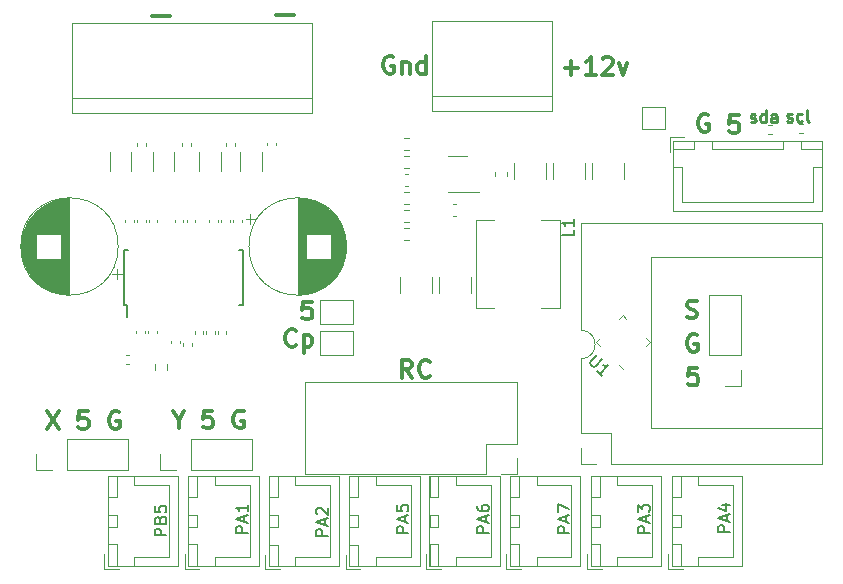
<source format=gbr>
G04 #@! TF.GenerationSoftware,KiCad,Pcbnew,7.0.5*
G04 #@! TF.CreationDate,2024-02-12T19:58:57-06:00*
G04 #@! TF.ProjectId,ATTinyBreakOut_DFRobot_Amp,41545469-6e79-4427-9265-616b4f75745f,rev?*
G04 #@! TF.SameCoordinates,Original*
G04 #@! TF.FileFunction,Legend,Top*
G04 #@! TF.FilePolarity,Positive*
%FSLAX46Y46*%
G04 Gerber Fmt 4.6, Leading zero omitted, Abs format (unit mm)*
G04 Created by KiCad (PCBNEW 7.0.5) date 2024-02-12 19:58:57*
%MOMM*%
%LPD*%
G01*
G04 APERTURE LIST*
%ADD10C,0.250000*%
%ADD11C,0.300000*%
%ADD12C,0.150000*%
%ADD13C,0.120000*%
G04 APERTURE END LIST*
D10*
X176764949Y-77987000D02*
X176860187Y-78034619D01*
X176860187Y-78034619D02*
X177050663Y-78034619D01*
X177050663Y-78034619D02*
X177145901Y-77987000D01*
X177145901Y-77987000D02*
X177193520Y-77891761D01*
X177193520Y-77891761D02*
X177193520Y-77844142D01*
X177193520Y-77844142D02*
X177145901Y-77748904D01*
X177145901Y-77748904D02*
X177050663Y-77701285D01*
X177050663Y-77701285D02*
X176907806Y-77701285D01*
X176907806Y-77701285D02*
X176812568Y-77653666D01*
X176812568Y-77653666D02*
X176764949Y-77558428D01*
X176764949Y-77558428D02*
X176764949Y-77510809D01*
X176764949Y-77510809D02*
X176812568Y-77415571D01*
X176812568Y-77415571D02*
X176907806Y-77367952D01*
X176907806Y-77367952D02*
X177050663Y-77367952D01*
X177050663Y-77367952D02*
X177145901Y-77415571D01*
X178050663Y-77987000D02*
X177955425Y-78034619D01*
X177955425Y-78034619D02*
X177764949Y-78034619D01*
X177764949Y-78034619D02*
X177669711Y-77987000D01*
X177669711Y-77987000D02*
X177622092Y-77939380D01*
X177622092Y-77939380D02*
X177574473Y-77844142D01*
X177574473Y-77844142D02*
X177574473Y-77558428D01*
X177574473Y-77558428D02*
X177622092Y-77463190D01*
X177622092Y-77463190D02*
X177669711Y-77415571D01*
X177669711Y-77415571D02*
X177764949Y-77367952D01*
X177764949Y-77367952D02*
X177955425Y-77367952D01*
X177955425Y-77367952D02*
X178050663Y-77415571D01*
X178622092Y-78034619D02*
X178526854Y-77987000D01*
X178526854Y-77987000D02*
X178479235Y-77891761D01*
X178479235Y-77891761D02*
X178479235Y-77034619D01*
X173674949Y-78037000D02*
X173770187Y-78084619D01*
X173770187Y-78084619D02*
X173960663Y-78084619D01*
X173960663Y-78084619D02*
X174055901Y-78037000D01*
X174055901Y-78037000D02*
X174103520Y-77941761D01*
X174103520Y-77941761D02*
X174103520Y-77894142D01*
X174103520Y-77894142D02*
X174055901Y-77798904D01*
X174055901Y-77798904D02*
X173960663Y-77751285D01*
X173960663Y-77751285D02*
X173817806Y-77751285D01*
X173817806Y-77751285D02*
X173722568Y-77703666D01*
X173722568Y-77703666D02*
X173674949Y-77608428D01*
X173674949Y-77608428D02*
X173674949Y-77560809D01*
X173674949Y-77560809D02*
X173722568Y-77465571D01*
X173722568Y-77465571D02*
X173817806Y-77417952D01*
X173817806Y-77417952D02*
X173960663Y-77417952D01*
X173960663Y-77417952D02*
X174055901Y-77465571D01*
X174960663Y-78084619D02*
X174960663Y-77084619D01*
X174960663Y-78037000D02*
X174865425Y-78084619D01*
X174865425Y-78084619D02*
X174674949Y-78084619D01*
X174674949Y-78084619D02*
X174579711Y-78037000D01*
X174579711Y-78037000D02*
X174532092Y-77989380D01*
X174532092Y-77989380D02*
X174484473Y-77894142D01*
X174484473Y-77894142D02*
X174484473Y-77608428D01*
X174484473Y-77608428D02*
X174532092Y-77513190D01*
X174532092Y-77513190D02*
X174579711Y-77465571D01*
X174579711Y-77465571D02*
X174674949Y-77417952D01*
X174674949Y-77417952D02*
X174865425Y-77417952D01*
X174865425Y-77417952D02*
X174960663Y-77465571D01*
X175865425Y-78084619D02*
X175865425Y-77560809D01*
X175865425Y-77560809D02*
X175817806Y-77465571D01*
X175817806Y-77465571D02*
X175722568Y-77417952D01*
X175722568Y-77417952D02*
X175532092Y-77417952D01*
X175532092Y-77417952D02*
X175436854Y-77465571D01*
X175865425Y-78037000D02*
X175770187Y-78084619D01*
X175770187Y-78084619D02*
X175532092Y-78084619D01*
X175532092Y-78084619D02*
X175436854Y-78037000D01*
X175436854Y-78037000D02*
X175389235Y-77941761D01*
X175389235Y-77941761D02*
X175389235Y-77846523D01*
X175389235Y-77846523D02*
X175436854Y-77751285D01*
X175436854Y-77751285D02*
X175532092Y-77703666D01*
X175532092Y-77703666D02*
X175770187Y-77703666D01*
X175770187Y-77703666D02*
X175865425Y-77656047D01*
D11*
X172658796Y-77510828D02*
X171944510Y-77510828D01*
X171944510Y-77510828D02*
X171873082Y-78225114D01*
X171873082Y-78225114D02*
X171944510Y-78153685D01*
X171944510Y-78153685D02*
X172087368Y-78082257D01*
X172087368Y-78082257D02*
X172444510Y-78082257D01*
X172444510Y-78082257D02*
X172587368Y-78153685D01*
X172587368Y-78153685D02*
X172658796Y-78225114D01*
X172658796Y-78225114D02*
X172730225Y-78367971D01*
X172730225Y-78367971D02*
X172730225Y-78725114D01*
X172730225Y-78725114D02*
X172658796Y-78867971D01*
X172658796Y-78867971D02*
X172587368Y-78939400D01*
X172587368Y-78939400D02*
X172444510Y-79010828D01*
X172444510Y-79010828D02*
X172087368Y-79010828D01*
X172087368Y-79010828D02*
X171944510Y-78939400D01*
X171944510Y-78939400D02*
X171873082Y-78867971D01*
X170070225Y-77472257D02*
X169927368Y-77400828D01*
X169927368Y-77400828D02*
X169713082Y-77400828D01*
X169713082Y-77400828D02*
X169498796Y-77472257D01*
X169498796Y-77472257D02*
X169355939Y-77615114D01*
X169355939Y-77615114D02*
X169284510Y-77757971D01*
X169284510Y-77757971D02*
X169213082Y-78043685D01*
X169213082Y-78043685D02*
X169213082Y-78257971D01*
X169213082Y-78257971D02*
X169284510Y-78543685D01*
X169284510Y-78543685D02*
X169355939Y-78686542D01*
X169355939Y-78686542D02*
X169498796Y-78829400D01*
X169498796Y-78829400D02*
X169713082Y-78900828D01*
X169713082Y-78900828D02*
X169855939Y-78900828D01*
X169855939Y-78900828D02*
X170070225Y-78829400D01*
X170070225Y-78829400D02*
X170141653Y-78757971D01*
X170141653Y-78757971D02*
X170141653Y-78257971D01*
X170141653Y-78257971D02*
X169855939Y-78257971D01*
X143435714Y-72549757D02*
X143292857Y-72478328D01*
X143292857Y-72478328D02*
X143078571Y-72478328D01*
X143078571Y-72478328D02*
X142864285Y-72549757D01*
X142864285Y-72549757D02*
X142721428Y-72692614D01*
X142721428Y-72692614D02*
X142649999Y-72835471D01*
X142649999Y-72835471D02*
X142578571Y-73121185D01*
X142578571Y-73121185D02*
X142578571Y-73335471D01*
X142578571Y-73335471D02*
X142649999Y-73621185D01*
X142649999Y-73621185D02*
X142721428Y-73764042D01*
X142721428Y-73764042D02*
X142864285Y-73906900D01*
X142864285Y-73906900D02*
X143078571Y-73978328D01*
X143078571Y-73978328D02*
X143221428Y-73978328D01*
X143221428Y-73978328D02*
X143435714Y-73906900D01*
X143435714Y-73906900D02*
X143507142Y-73835471D01*
X143507142Y-73835471D02*
X143507142Y-73335471D01*
X143507142Y-73335471D02*
X143221428Y-73335471D01*
X144149999Y-72978328D02*
X144149999Y-73978328D01*
X144149999Y-73121185D02*
X144221428Y-73049757D01*
X144221428Y-73049757D02*
X144364285Y-72978328D01*
X144364285Y-72978328D02*
X144578571Y-72978328D01*
X144578571Y-72978328D02*
X144721428Y-73049757D01*
X144721428Y-73049757D02*
X144792857Y-73192614D01*
X144792857Y-73192614D02*
X144792857Y-73978328D01*
X146150000Y-73978328D02*
X146150000Y-72478328D01*
X146150000Y-73906900D02*
X146007142Y-73978328D01*
X146007142Y-73978328D02*
X145721428Y-73978328D01*
X145721428Y-73978328D02*
X145578571Y-73906900D01*
X145578571Y-73906900D02*
X145507142Y-73835471D01*
X145507142Y-73835471D02*
X145435714Y-73692614D01*
X145435714Y-73692614D02*
X145435714Y-73264042D01*
X145435714Y-73264042D02*
X145507142Y-73121185D01*
X145507142Y-73121185D02*
X145578571Y-73049757D01*
X145578571Y-73049757D02*
X145721428Y-72978328D01*
X145721428Y-72978328D02*
X146007142Y-72978328D01*
X146007142Y-72978328D02*
X146150000Y-73049757D01*
X157928571Y-73506900D02*
X159071429Y-73506900D01*
X158500000Y-74078328D02*
X158500000Y-72935471D01*
X160571429Y-74078328D02*
X159714286Y-74078328D01*
X160142857Y-74078328D02*
X160142857Y-72578328D01*
X160142857Y-72578328D02*
X160000000Y-72792614D01*
X160000000Y-72792614D02*
X159857143Y-72935471D01*
X159857143Y-72935471D02*
X159714286Y-73006900D01*
X161142857Y-72721185D02*
X161214285Y-72649757D01*
X161214285Y-72649757D02*
X161357143Y-72578328D01*
X161357143Y-72578328D02*
X161714285Y-72578328D01*
X161714285Y-72578328D02*
X161857143Y-72649757D01*
X161857143Y-72649757D02*
X161928571Y-72721185D01*
X161928571Y-72721185D02*
X162000000Y-72864042D01*
X162000000Y-72864042D02*
X162000000Y-73006900D01*
X162000000Y-73006900D02*
X161928571Y-73221185D01*
X161928571Y-73221185D02*
X161071428Y-74078328D01*
X161071428Y-74078328D02*
X162000000Y-74078328D01*
X162499999Y-73078328D02*
X162857142Y-74078328D01*
X162857142Y-74078328D02*
X163214285Y-73078328D01*
X122963558Y-69087733D02*
X124487368Y-69087733D01*
X133503558Y-69047733D02*
X135027368Y-69047733D01*
X114121653Y-102570828D02*
X115121653Y-104070828D01*
X115121653Y-102570828D02*
X114121653Y-104070828D01*
X117550224Y-102570828D02*
X116835938Y-102570828D01*
X116835938Y-102570828D02*
X116764510Y-103285114D01*
X116764510Y-103285114D02*
X116835938Y-103213685D01*
X116835938Y-103213685D02*
X116978796Y-103142257D01*
X116978796Y-103142257D02*
X117335938Y-103142257D01*
X117335938Y-103142257D02*
X117478796Y-103213685D01*
X117478796Y-103213685D02*
X117550224Y-103285114D01*
X117550224Y-103285114D02*
X117621653Y-103427971D01*
X117621653Y-103427971D02*
X117621653Y-103785114D01*
X117621653Y-103785114D02*
X117550224Y-103927971D01*
X117550224Y-103927971D02*
X117478796Y-103999400D01*
X117478796Y-103999400D02*
X117335938Y-104070828D01*
X117335938Y-104070828D02*
X116978796Y-104070828D01*
X116978796Y-104070828D02*
X116835938Y-103999400D01*
X116835938Y-103999400D02*
X116764510Y-103927971D01*
X120193081Y-102642257D02*
X120050224Y-102570828D01*
X120050224Y-102570828D02*
X119835938Y-102570828D01*
X119835938Y-102570828D02*
X119621652Y-102642257D01*
X119621652Y-102642257D02*
X119478795Y-102785114D01*
X119478795Y-102785114D02*
X119407366Y-102927971D01*
X119407366Y-102927971D02*
X119335938Y-103213685D01*
X119335938Y-103213685D02*
X119335938Y-103427971D01*
X119335938Y-103427971D02*
X119407366Y-103713685D01*
X119407366Y-103713685D02*
X119478795Y-103856542D01*
X119478795Y-103856542D02*
X119621652Y-103999400D01*
X119621652Y-103999400D02*
X119835938Y-104070828D01*
X119835938Y-104070828D02*
X119978795Y-104070828D01*
X119978795Y-104070828D02*
X120193081Y-103999400D01*
X120193081Y-103999400D02*
X120264509Y-103927971D01*
X120264509Y-103927971D02*
X120264509Y-103427971D01*
X120264509Y-103427971D02*
X119978795Y-103427971D01*
X135191653Y-96967971D02*
X135120225Y-97039400D01*
X135120225Y-97039400D02*
X134905939Y-97110828D01*
X134905939Y-97110828D02*
X134763082Y-97110828D01*
X134763082Y-97110828D02*
X134548796Y-97039400D01*
X134548796Y-97039400D02*
X134405939Y-96896542D01*
X134405939Y-96896542D02*
X134334510Y-96753685D01*
X134334510Y-96753685D02*
X134263082Y-96467971D01*
X134263082Y-96467971D02*
X134263082Y-96253685D01*
X134263082Y-96253685D02*
X134334510Y-95967971D01*
X134334510Y-95967971D02*
X134405939Y-95825114D01*
X134405939Y-95825114D02*
X134548796Y-95682257D01*
X134548796Y-95682257D02*
X134763082Y-95610828D01*
X134763082Y-95610828D02*
X134905939Y-95610828D01*
X134905939Y-95610828D02*
X135120225Y-95682257D01*
X135120225Y-95682257D02*
X135191653Y-95753685D01*
X135834510Y-96110828D02*
X135834510Y-97610828D01*
X135834510Y-96182257D02*
X135977368Y-96110828D01*
X135977368Y-96110828D02*
X136263082Y-96110828D01*
X136263082Y-96110828D02*
X136405939Y-96182257D01*
X136405939Y-96182257D02*
X136477368Y-96253685D01*
X136477368Y-96253685D02*
X136548796Y-96396542D01*
X136548796Y-96396542D02*
X136548796Y-96825114D01*
X136548796Y-96825114D02*
X136477368Y-96967971D01*
X136477368Y-96967971D02*
X136405939Y-97039400D01*
X136405939Y-97039400D02*
X136263082Y-97110828D01*
X136263082Y-97110828D02*
X135977368Y-97110828D01*
X135977368Y-97110828D02*
X135834510Y-97039400D01*
X125240225Y-103286542D02*
X125240225Y-104000828D01*
X124740225Y-102500828D02*
X125240225Y-103286542D01*
X125240225Y-103286542D02*
X125740225Y-102500828D01*
X128097367Y-102500828D02*
X127383081Y-102500828D01*
X127383081Y-102500828D02*
X127311653Y-103215114D01*
X127311653Y-103215114D02*
X127383081Y-103143685D01*
X127383081Y-103143685D02*
X127525939Y-103072257D01*
X127525939Y-103072257D02*
X127883081Y-103072257D01*
X127883081Y-103072257D02*
X128025939Y-103143685D01*
X128025939Y-103143685D02*
X128097367Y-103215114D01*
X128097367Y-103215114D02*
X128168796Y-103357971D01*
X128168796Y-103357971D02*
X128168796Y-103715114D01*
X128168796Y-103715114D02*
X128097367Y-103857971D01*
X128097367Y-103857971D02*
X128025939Y-103929400D01*
X128025939Y-103929400D02*
X127883081Y-104000828D01*
X127883081Y-104000828D02*
X127525939Y-104000828D01*
X127525939Y-104000828D02*
X127383081Y-103929400D01*
X127383081Y-103929400D02*
X127311653Y-103857971D01*
X130740224Y-102572257D02*
X130597367Y-102500828D01*
X130597367Y-102500828D02*
X130383081Y-102500828D01*
X130383081Y-102500828D02*
X130168795Y-102572257D01*
X130168795Y-102572257D02*
X130025938Y-102715114D01*
X130025938Y-102715114D02*
X129954509Y-102857971D01*
X129954509Y-102857971D02*
X129883081Y-103143685D01*
X129883081Y-103143685D02*
X129883081Y-103357971D01*
X129883081Y-103357971D02*
X129954509Y-103643685D01*
X129954509Y-103643685D02*
X130025938Y-103786542D01*
X130025938Y-103786542D02*
X130168795Y-103929400D01*
X130168795Y-103929400D02*
X130383081Y-104000828D01*
X130383081Y-104000828D02*
X130525938Y-104000828D01*
X130525938Y-104000828D02*
X130740224Y-103929400D01*
X130740224Y-103929400D02*
X130811652Y-103857971D01*
X130811652Y-103857971D02*
X130811652Y-103357971D01*
X130811652Y-103357971D02*
X130525938Y-103357971D01*
X169130225Y-96112257D02*
X168987368Y-96040828D01*
X168987368Y-96040828D02*
X168773082Y-96040828D01*
X168773082Y-96040828D02*
X168558796Y-96112257D01*
X168558796Y-96112257D02*
X168415939Y-96255114D01*
X168415939Y-96255114D02*
X168344510Y-96397971D01*
X168344510Y-96397971D02*
X168273082Y-96683685D01*
X168273082Y-96683685D02*
X168273082Y-96897971D01*
X168273082Y-96897971D02*
X168344510Y-97183685D01*
X168344510Y-97183685D02*
X168415939Y-97326542D01*
X168415939Y-97326542D02*
X168558796Y-97469400D01*
X168558796Y-97469400D02*
X168773082Y-97540828D01*
X168773082Y-97540828D02*
X168915939Y-97540828D01*
X168915939Y-97540828D02*
X169130225Y-97469400D01*
X169130225Y-97469400D02*
X169201653Y-97397971D01*
X169201653Y-97397971D02*
X169201653Y-96897971D01*
X169201653Y-96897971D02*
X168915939Y-96897971D01*
X145011653Y-99710828D02*
X144511653Y-98996542D01*
X144154510Y-99710828D02*
X144154510Y-98210828D01*
X144154510Y-98210828D02*
X144725939Y-98210828D01*
X144725939Y-98210828D02*
X144868796Y-98282257D01*
X144868796Y-98282257D02*
X144940225Y-98353685D01*
X144940225Y-98353685D02*
X145011653Y-98496542D01*
X145011653Y-98496542D02*
X145011653Y-98710828D01*
X145011653Y-98710828D02*
X144940225Y-98853685D01*
X144940225Y-98853685D02*
X144868796Y-98925114D01*
X144868796Y-98925114D02*
X144725939Y-98996542D01*
X144725939Y-98996542D02*
X144154510Y-98996542D01*
X146511653Y-99567971D02*
X146440225Y-99639400D01*
X146440225Y-99639400D02*
X146225939Y-99710828D01*
X146225939Y-99710828D02*
X146083082Y-99710828D01*
X146083082Y-99710828D02*
X145868796Y-99639400D01*
X145868796Y-99639400D02*
X145725939Y-99496542D01*
X145725939Y-99496542D02*
X145654510Y-99353685D01*
X145654510Y-99353685D02*
X145583082Y-99067971D01*
X145583082Y-99067971D02*
X145583082Y-98853685D01*
X145583082Y-98853685D02*
X145654510Y-98567971D01*
X145654510Y-98567971D02*
X145725939Y-98425114D01*
X145725939Y-98425114D02*
X145868796Y-98282257D01*
X145868796Y-98282257D02*
X146083082Y-98210828D01*
X146083082Y-98210828D02*
X146225939Y-98210828D01*
X146225939Y-98210828D02*
X146440225Y-98282257D01*
X146440225Y-98282257D02*
X146511653Y-98353685D01*
X136498796Y-93270828D02*
X135784510Y-93270828D01*
X135784510Y-93270828D02*
X135713082Y-93985114D01*
X135713082Y-93985114D02*
X135784510Y-93913685D01*
X135784510Y-93913685D02*
X135927368Y-93842257D01*
X135927368Y-93842257D02*
X136284510Y-93842257D01*
X136284510Y-93842257D02*
X136427368Y-93913685D01*
X136427368Y-93913685D02*
X136498796Y-93985114D01*
X136498796Y-93985114D02*
X136570225Y-94127971D01*
X136570225Y-94127971D02*
X136570225Y-94485114D01*
X136570225Y-94485114D02*
X136498796Y-94627971D01*
X136498796Y-94627971D02*
X136427368Y-94699400D01*
X136427368Y-94699400D02*
X136284510Y-94770828D01*
X136284510Y-94770828D02*
X135927368Y-94770828D01*
X135927368Y-94770828D02*
X135784510Y-94699400D01*
X135784510Y-94699400D02*
X135713082Y-94627971D01*
X168283082Y-94619400D02*
X168497368Y-94690828D01*
X168497368Y-94690828D02*
X168854510Y-94690828D01*
X168854510Y-94690828D02*
X168997368Y-94619400D01*
X168997368Y-94619400D02*
X169068796Y-94547971D01*
X169068796Y-94547971D02*
X169140225Y-94405114D01*
X169140225Y-94405114D02*
X169140225Y-94262257D01*
X169140225Y-94262257D02*
X169068796Y-94119400D01*
X169068796Y-94119400D02*
X168997368Y-94047971D01*
X168997368Y-94047971D02*
X168854510Y-93976542D01*
X168854510Y-93976542D02*
X168568796Y-93905114D01*
X168568796Y-93905114D02*
X168425939Y-93833685D01*
X168425939Y-93833685D02*
X168354510Y-93762257D01*
X168354510Y-93762257D02*
X168283082Y-93619400D01*
X168283082Y-93619400D02*
X168283082Y-93476542D01*
X168283082Y-93476542D02*
X168354510Y-93333685D01*
X168354510Y-93333685D02*
X168425939Y-93262257D01*
X168425939Y-93262257D02*
X168568796Y-93190828D01*
X168568796Y-93190828D02*
X168925939Y-93190828D01*
X168925939Y-93190828D02*
X169140225Y-93262257D01*
X169168796Y-98870828D02*
X168454510Y-98870828D01*
X168454510Y-98870828D02*
X168383082Y-99585114D01*
X168383082Y-99585114D02*
X168454510Y-99513685D01*
X168454510Y-99513685D02*
X168597368Y-99442257D01*
X168597368Y-99442257D02*
X168954510Y-99442257D01*
X168954510Y-99442257D02*
X169097368Y-99513685D01*
X169097368Y-99513685D02*
X169168796Y-99585114D01*
X169168796Y-99585114D02*
X169240225Y-99727971D01*
X169240225Y-99727971D02*
X169240225Y-100085114D01*
X169240225Y-100085114D02*
X169168796Y-100227971D01*
X169168796Y-100227971D02*
X169097368Y-100299400D01*
X169097368Y-100299400D02*
X168954510Y-100370828D01*
X168954510Y-100370828D02*
X168597368Y-100370828D01*
X168597368Y-100370828D02*
X168454510Y-100299400D01*
X168454510Y-100299400D02*
X168383082Y-100227971D01*
D12*
X171934819Y-112776666D02*
X170934819Y-112776666D01*
X170934819Y-112776666D02*
X170934819Y-112395714D01*
X170934819Y-112395714D02*
X170982438Y-112300476D01*
X170982438Y-112300476D02*
X171030057Y-112252857D01*
X171030057Y-112252857D02*
X171125295Y-112205238D01*
X171125295Y-112205238D02*
X171268152Y-112205238D01*
X171268152Y-112205238D02*
X171363390Y-112252857D01*
X171363390Y-112252857D02*
X171411009Y-112300476D01*
X171411009Y-112300476D02*
X171458628Y-112395714D01*
X171458628Y-112395714D02*
X171458628Y-112776666D01*
X171649104Y-111824285D02*
X171649104Y-111348095D01*
X171934819Y-111919523D02*
X170934819Y-111586190D01*
X170934819Y-111586190D02*
X171934819Y-111252857D01*
X171268152Y-110490952D02*
X171934819Y-110490952D01*
X170887200Y-110729047D02*
X171601485Y-110967142D01*
X171601485Y-110967142D02*
X171601485Y-110348095D01*
X124214819Y-113068094D02*
X123214819Y-113068094D01*
X123214819Y-113068094D02*
X123214819Y-112687142D01*
X123214819Y-112687142D02*
X123262438Y-112591904D01*
X123262438Y-112591904D02*
X123310057Y-112544285D01*
X123310057Y-112544285D02*
X123405295Y-112496666D01*
X123405295Y-112496666D02*
X123548152Y-112496666D01*
X123548152Y-112496666D02*
X123643390Y-112544285D01*
X123643390Y-112544285D02*
X123691009Y-112591904D01*
X123691009Y-112591904D02*
X123738628Y-112687142D01*
X123738628Y-112687142D02*
X123738628Y-113068094D01*
X123691009Y-111734761D02*
X123738628Y-111591904D01*
X123738628Y-111591904D02*
X123786247Y-111544285D01*
X123786247Y-111544285D02*
X123881485Y-111496666D01*
X123881485Y-111496666D02*
X124024342Y-111496666D01*
X124024342Y-111496666D02*
X124119580Y-111544285D01*
X124119580Y-111544285D02*
X124167200Y-111591904D01*
X124167200Y-111591904D02*
X124214819Y-111687142D01*
X124214819Y-111687142D02*
X124214819Y-112068094D01*
X124214819Y-112068094D02*
X123214819Y-112068094D01*
X123214819Y-112068094D02*
X123214819Y-111734761D01*
X123214819Y-111734761D02*
X123262438Y-111639523D01*
X123262438Y-111639523D02*
X123310057Y-111591904D01*
X123310057Y-111591904D02*
X123405295Y-111544285D01*
X123405295Y-111544285D02*
X123500533Y-111544285D01*
X123500533Y-111544285D02*
X123595771Y-111591904D01*
X123595771Y-111591904D02*
X123643390Y-111639523D01*
X123643390Y-111639523D02*
X123691009Y-111734761D01*
X123691009Y-111734761D02*
X123691009Y-112068094D01*
X123214819Y-110591904D02*
X123214819Y-111068094D01*
X123214819Y-111068094D02*
X123691009Y-111115713D01*
X123691009Y-111115713D02*
X123643390Y-111068094D01*
X123643390Y-111068094D02*
X123595771Y-110972856D01*
X123595771Y-110972856D02*
X123595771Y-110734761D01*
X123595771Y-110734761D02*
X123643390Y-110639523D01*
X123643390Y-110639523D02*
X123691009Y-110591904D01*
X123691009Y-110591904D02*
X123786247Y-110544285D01*
X123786247Y-110544285D02*
X124024342Y-110544285D01*
X124024342Y-110544285D02*
X124119580Y-110591904D01*
X124119580Y-110591904D02*
X124167200Y-110639523D01*
X124167200Y-110639523D02*
X124214819Y-110734761D01*
X124214819Y-110734761D02*
X124214819Y-110972856D01*
X124214819Y-110972856D02*
X124167200Y-111068094D01*
X124167200Y-111068094D02*
X124119580Y-111115713D01*
X165124819Y-112846666D02*
X164124819Y-112846666D01*
X164124819Y-112846666D02*
X164124819Y-112465714D01*
X164124819Y-112465714D02*
X164172438Y-112370476D01*
X164172438Y-112370476D02*
X164220057Y-112322857D01*
X164220057Y-112322857D02*
X164315295Y-112275238D01*
X164315295Y-112275238D02*
X164458152Y-112275238D01*
X164458152Y-112275238D02*
X164553390Y-112322857D01*
X164553390Y-112322857D02*
X164601009Y-112370476D01*
X164601009Y-112370476D02*
X164648628Y-112465714D01*
X164648628Y-112465714D02*
X164648628Y-112846666D01*
X164839104Y-111894285D02*
X164839104Y-111418095D01*
X165124819Y-111989523D02*
X164124819Y-111656190D01*
X164124819Y-111656190D02*
X165124819Y-111322857D01*
X164124819Y-111084761D02*
X164124819Y-110465714D01*
X164124819Y-110465714D02*
X164505771Y-110799047D01*
X164505771Y-110799047D02*
X164505771Y-110656190D01*
X164505771Y-110656190D02*
X164553390Y-110560952D01*
X164553390Y-110560952D02*
X164601009Y-110513333D01*
X164601009Y-110513333D02*
X164696247Y-110465714D01*
X164696247Y-110465714D02*
X164934342Y-110465714D01*
X164934342Y-110465714D02*
X165029580Y-110513333D01*
X165029580Y-110513333D02*
X165077200Y-110560952D01*
X165077200Y-110560952D02*
X165124819Y-110656190D01*
X165124819Y-110656190D02*
X165124819Y-110941904D01*
X165124819Y-110941904D02*
X165077200Y-111037142D01*
X165077200Y-111037142D02*
X165029580Y-111084761D01*
X144694819Y-112846666D02*
X143694819Y-112846666D01*
X143694819Y-112846666D02*
X143694819Y-112465714D01*
X143694819Y-112465714D02*
X143742438Y-112370476D01*
X143742438Y-112370476D02*
X143790057Y-112322857D01*
X143790057Y-112322857D02*
X143885295Y-112275238D01*
X143885295Y-112275238D02*
X144028152Y-112275238D01*
X144028152Y-112275238D02*
X144123390Y-112322857D01*
X144123390Y-112322857D02*
X144171009Y-112370476D01*
X144171009Y-112370476D02*
X144218628Y-112465714D01*
X144218628Y-112465714D02*
X144218628Y-112846666D01*
X144409104Y-111894285D02*
X144409104Y-111418095D01*
X144694819Y-111989523D02*
X143694819Y-111656190D01*
X143694819Y-111656190D02*
X144694819Y-111322857D01*
X143694819Y-110513333D02*
X143694819Y-110989523D01*
X143694819Y-110989523D02*
X144171009Y-111037142D01*
X144171009Y-111037142D02*
X144123390Y-110989523D01*
X144123390Y-110989523D02*
X144075771Y-110894285D01*
X144075771Y-110894285D02*
X144075771Y-110656190D01*
X144075771Y-110656190D02*
X144123390Y-110560952D01*
X144123390Y-110560952D02*
X144171009Y-110513333D01*
X144171009Y-110513333D02*
X144266247Y-110465714D01*
X144266247Y-110465714D02*
X144504342Y-110465714D01*
X144504342Y-110465714D02*
X144599580Y-110513333D01*
X144599580Y-110513333D02*
X144647200Y-110560952D01*
X144647200Y-110560952D02*
X144694819Y-110656190D01*
X144694819Y-110656190D02*
X144694819Y-110894285D01*
X144694819Y-110894285D02*
X144647200Y-110989523D01*
X144647200Y-110989523D02*
X144599580Y-111037142D01*
X151514819Y-112856666D02*
X150514819Y-112856666D01*
X150514819Y-112856666D02*
X150514819Y-112475714D01*
X150514819Y-112475714D02*
X150562438Y-112380476D01*
X150562438Y-112380476D02*
X150610057Y-112332857D01*
X150610057Y-112332857D02*
X150705295Y-112285238D01*
X150705295Y-112285238D02*
X150848152Y-112285238D01*
X150848152Y-112285238D02*
X150943390Y-112332857D01*
X150943390Y-112332857D02*
X150991009Y-112380476D01*
X150991009Y-112380476D02*
X151038628Y-112475714D01*
X151038628Y-112475714D02*
X151038628Y-112856666D01*
X151229104Y-111904285D02*
X151229104Y-111428095D01*
X151514819Y-111999523D02*
X150514819Y-111666190D01*
X150514819Y-111666190D02*
X151514819Y-111332857D01*
X150514819Y-110570952D02*
X150514819Y-110761428D01*
X150514819Y-110761428D02*
X150562438Y-110856666D01*
X150562438Y-110856666D02*
X150610057Y-110904285D01*
X150610057Y-110904285D02*
X150752914Y-110999523D01*
X150752914Y-110999523D02*
X150943390Y-111047142D01*
X150943390Y-111047142D02*
X151324342Y-111047142D01*
X151324342Y-111047142D02*
X151419580Y-110999523D01*
X151419580Y-110999523D02*
X151467200Y-110951904D01*
X151467200Y-110951904D02*
X151514819Y-110856666D01*
X151514819Y-110856666D02*
X151514819Y-110666190D01*
X151514819Y-110666190D02*
X151467200Y-110570952D01*
X151467200Y-110570952D02*
X151419580Y-110523333D01*
X151419580Y-110523333D02*
X151324342Y-110475714D01*
X151324342Y-110475714D02*
X151086247Y-110475714D01*
X151086247Y-110475714D02*
X150991009Y-110523333D01*
X150991009Y-110523333D02*
X150943390Y-110570952D01*
X150943390Y-110570952D02*
X150895771Y-110666190D01*
X150895771Y-110666190D02*
X150895771Y-110856666D01*
X150895771Y-110856666D02*
X150943390Y-110951904D01*
X150943390Y-110951904D02*
X150991009Y-110999523D01*
X150991009Y-110999523D02*
X151086247Y-111047142D01*
X137894819Y-113106666D02*
X136894819Y-113106666D01*
X136894819Y-113106666D02*
X136894819Y-112725714D01*
X136894819Y-112725714D02*
X136942438Y-112630476D01*
X136942438Y-112630476D02*
X136990057Y-112582857D01*
X136990057Y-112582857D02*
X137085295Y-112535238D01*
X137085295Y-112535238D02*
X137228152Y-112535238D01*
X137228152Y-112535238D02*
X137323390Y-112582857D01*
X137323390Y-112582857D02*
X137371009Y-112630476D01*
X137371009Y-112630476D02*
X137418628Y-112725714D01*
X137418628Y-112725714D02*
X137418628Y-113106666D01*
X137609104Y-112154285D02*
X137609104Y-111678095D01*
X137894819Y-112249523D02*
X136894819Y-111916190D01*
X136894819Y-111916190D02*
X137894819Y-111582857D01*
X136990057Y-111297142D02*
X136942438Y-111249523D01*
X136942438Y-111249523D02*
X136894819Y-111154285D01*
X136894819Y-111154285D02*
X136894819Y-110916190D01*
X136894819Y-110916190D02*
X136942438Y-110820952D01*
X136942438Y-110820952D02*
X136990057Y-110773333D01*
X136990057Y-110773333D02*
X137085295Y-110725714D01*
X137085295Y-110725714D02*
X137180533Y-110725714D01*
X137180533Y-110725714D02*
X137323390Y-110773333D01*
X137323390Y-110773333D02*
X137894819Y-111344761D01*
X137894819Y-111344761D02*
X137894819Y-110725714D01*
X158324819Y-112866666D02*
X157324819Y-112866666D01*
X157324819Y-112866666D02*
X157324819Y-112485714D01*
X157324819Y-112485714D02*
X157372438Y-112390476D01*
X157372438Y-112390476D02*
X157420057Y-112342857D01*
X157420057Y-112342857D02*
X157515295Y-112295238D01*
X157515295Y-112295238D02*
X157658152Y-112295238D01*
X157658152Y-112295238D02*
X157753390Y-112342857D01*
X157753390Y-112342857D02*
X157801009Y-112390476D01*
X157801009Y-112390476D02*
X157848628Y-112485714D01*
X157848628Y-112485714D02*
X157848628Y-112866666D01*
X158039104Y-111914285D02*
X158039104Y-111438095D01*
X158324819Y-112009523D02*
X157324819Y-111676190D01*
X157324819Y-111676190D02*
X158324819Y-111342857D01*
X157324819Y-111104761D02*
X157324819Y-110438095D01*
X157324819Y-110438095D02*
X158324819Y-110866666D01*
X158698819Y-87182666D02*
X158698819Y-87658856D01*
X158698819Y-87658856D02*
X157698819Y-87658856D01*
X158698819Y-86325523D02*
X158698819Y-86896951D01*
X158698819Y-86611237D02*
X157698819Y-86611237D01*
X157698819Y-86611237D02*
X157841676Y-86706475D01*
X157841676Y-86706475D02*
X157936914Y-86801713D01*
X157936914Y-86801713D02*
X157984533Y-86896951D01*
X160707235Y-97764659D02*
X160134815Y-98337079D01*
X160134815Y-98337079D02*
X160101143Y-98438094D01*
X160101143Y-98438094D02*
X160101143Y-98505438D01*
X160101143Y-98505438D02*
X160134815Y-98606453D01*
X160134815Y-98606453D02*
X160269502Y-98741140D01*
X160269502Y-98741140D02*
X160370517Y-98774812D01*
X160370517Y-98774812D02*
X160437861Y-98774812D01*
X160437861Y-98774812D02*
X160538876Y-98741140D01*
X160538876Y-98741140D02*
X161111296Y-98168720D01*
X161111296Y-99582934D02*
X160707235Y-99178873D01*
X160909265Y-99380903D02*
X161616372Y-98673797D01*
X161616372Y-98673797D02*
X161448013Y-98707468D01*
X161448013Y-98707468D02*
X161313326Y-98707468D01*
X161313326Y-98707468D02*
X161212311Y-98673797D01*
X131104819Y-112856666D02*
X130104819Y-112856666D01*
X130104819Y-112856666D02*
X130104819Y-112475714D01*
X130104819Y-112475714D02*
X130152438Y-112380476D01*
X130152438Y-112380476D02*
X130200057Y-112332857D01*
X130200057Y-112332857D02*
X130295295Y-112285238D01*
X130295295Y-112285238D02*
X130438152Y-112285238D01*
X130438152Y-112285238D02*
X130533390Y-112332857D01*
X130533390Y-112332857D02*
X130581009Y-112380476D01*
X130581009Y-112380476D02*
X130628628Y-112475714D01*
X130628628Y-112475714D02*
X130628628Y-112856666D01*
X130819104Y-111904285D02*
X130819104Y-111428095D01*
X131104819Y-111999523D02*
X130104819Y-111666190D01*
X130104819Y-111666190D02*
X131104819Y-111332857D01*
X131104819Y-110475714D02*
X131104819Y-111047142D01*
X131104819Y-110761428D02*
X130104819Y-110761428D01*
X130104819Y-110761428D02*
X130247676Y-110856666D01*
X130247676Y-110856666D02*
X130342914Y-110951904D01*
X130342914Y-110951904D02*
X130390533Y-111047142D01*
D13*
X146720000Y-69490000D02*
X146720000Y-77110000D01*
X146720000Y-77110000D02*
X156880000Y-77110000D01*
X156880000Y-69490000D02*
X146720000Y-69490000D01*
X156880000Y-75840000D02*
X146720000Y-75840000D01*
X156880000Y-77110000D02*
X156880000Y-69490000D01*
X148864000Y-84030000D02*
X150664000Y-84030000D01*
X148864000Y-84030000D02*
X148064000Y-84030000D01*
X148864000Y-80910000D02*
X149664000Y-80910000D01*
X148864000Y-80910000D02*
X148064000Y-80910000D01*
X125350000Y-96572164D02*
X125350000Y-96787836D01*
X124630000Y-96572164D02*
X124630000Y-96787836D01*
X159622000Y-81504748D02*
X159622000Y-82927252D01*
X156902000Y-81504748D02*
X156902000Y-82927252D01*
X148469420Y-85008000D02*
X148750580Y-85008000D01*
X148469420Y-86028000D02*
X148750580Y-86028000D01*
X166700000Y-115940000D02*
X167950000Y-115940000D01*
X166990000Y-115650000D02*
X172960000Y-115650000D01*
X172960000Y-115650000D02*
X172960000Y-108030000D01*
X167000000Y-115640000D02*
X167750000Y-115640000D01*
X167750000Y-115640000D02*
X167750000Y-113840000D01*
X169250000Y-115640000D02*
X169250000Y-114890000D01*
X169250000Y-114890000D02*
X172200000Y-114890000D01*
X172200000Y-114890000D02*
X172200000Y-111840000D01*
X166700000Y-114690000D02*
X166700000Y-115940000D01*
X167000000Y-113840000D02*
X167000000Y-115640000D01*
X167750000Y-113840000D02*
X167000000Y-113840000D01*
X167000000Y-112340000D02*
X167750000Y-112340000D01*
X167750000Y-112340000D02*
X167750000Y-111340000D01*
X167000000Y-111340000D02*
X167000000Y-112340000D01*
X167750000Y-111340000D02*
X167000000Y-111340000D01*
X167000000Y-109840000D02*
X167750000Y-109840000D01*
X167750000Y-109840000D02*
X167750000Y-108040000D01*
X169250000Y-108790000D02*
X172200000Y-108790000D01*
X172200000Y-108790000D02*
X172200000Y-111840000D01*
X167000000Y-108040000D02*
X167000000Y-109840000D01*
X167750000Y-108040000D02*
X167000000Y-108040000D01*
X169250000Y-108040000D02*
X169250000Y-108790000D01*
X166990000Y-108030000D02*
X166990000Y-115650000D01*
X172960000Y-108030000D02*
X166990000Y-108030000D01*
X123400000Y-95752164D02*
X123400000Y-95967836D01*
X122680000Y-95752164D02*
X122680000Y-95967836D01*
X116220000Y-69690000D02*
X116220000Y-77310000D01*
X116220000Y-77310000D02*
X136540000Y-77310000D01*
X136460000Y-76040000D02*
X116220000Y-76040000D01*
X136540000Y-69690000D02*
X116220000Y-69690000D01*
X136540000Y-77310000D02*
X136540000Y-69690000D01*
X172830000Y-100430000D02*
X171500000Y-100430000D01*
X172830000Y-99100000D02*
X172830000Y-100430000D01*
X172830000Y-97830000D02*
X172830000Y-92690000D01*
X172830000Y-97830000D02*
X170170000Y-97830000D01*
X172830000Y-92690000D02*
X170170000Y-92690000D01*
X170170000Y-97830000D02*
X170170000Y-92690000D01*
X126971000Y-82256242D02*
X126971000Y-80585758D01*
X128791000Y-82256242D02*
X128791000Y-80585758D01*
X123237500Y-99057258D02*
X123237500Y-98582742D01*
X124282500Y-99057258D02*
X124282500Y-98582742D01*
X162924000Y-81504748D02*
X162924000Y-82927252D01*
X160204000Y-81504748D02*
X160204000Y-82927252D01*
X128300000Y-95772164D02*
X128300000Y-95987836D01*
X127580000Y-95772164D02*
X127580000Y-95987836D01*
X156320000Y-81504748D02*
X156320000Y-82927252D01*
X153600000Y-81504748D02*
X153600000Y-82927252D01*
X128560000Y-95987836D02*
X128560000Y-95772164D01*
X129280000Y-95987836D02*
X129280000Y-95772164D01*
X153850000Y-100100000D02*
X135950000Y-100100000D01*
X153850000Y-100100000D02*
X153850000Y-105300000D01*
X135950000Y-100100000D02*
X135950000Y-107900000D01*
X153850000Y-105300000D02*
X151250000Y-105300000D01*
X151250000Y-105300000D02*
X151250000Y-107900000D01*
X151250000Y-107900000D02*
X135950000Y-107900000D01*
X127320000Y-95772164D02*
X127320000Y-95987836D01*
X126600000Y-95772164D02*
X126600000Y-95987836D01*
X144308742Y-87027500D02*
X144783258Y-87027500D01*
X144308742Y-88072500D02*
X144783258Y-88072500D01*
X128831600Y-86564036D02*
X128831600Y-86348364D01*
X129551600Y-86564036D02*
X129551600Y-86348364D01*
X118950000Y-115940000D02*
X120200000Y-115940000D01*
X119240000Y-115650000D02*
X125210000Y-115650000D01*
X125210000Y-115650000D02*
X125210000Y-108030000D01*
X119250000Y-115640000D02*
X120000000Y-115640000D01*
X120000000Y-115640000D02*
X120000000Y-113840000D01*
X121500000Y-115640000D02*
X121500000Y-114890000D01*
X121500000Y-114890000D02*
X124450000Y-114890000D01*
X124450000Y-114890000D02*
X124450000Y-111840000D01*
X118950000Y-114690000D02*
X118950000Y-115940000D01*
X119250000Y-113840000D02*
X119250000Y-115640000D01*
X120000000Y-113840000D02*
X119250000Y-113840000D01*
X119250000Y-112340000D02*
X120000000Y-112340000D01*
X120000000Y-112340000D02*
X120000000Y-111340000D01*
X119250000Y-111340000D02*
X119250000Y-112340000D01*
X120000000Y-111340000D02*
X119250000Y-111340000D01*
X119250000Y-109840000D02*
X120000000Y-109840000D01*
X120000000Y-109840000D02*
X120000000Y-108040000D01*
X121500000Y-108790000D02*
X124450000Y-108790000D01*
X124450000Y-108790000D02*
X124450000Y-111840000D01*
X119250000Y-108040000D02*
X119250000Y-109840000D01*
X120000000Y-108040000D02*
X119250000Y-108040000D01*
X121500000Y-108040000D02*
X121500000Y-108790000D01*
X119240000Y-108030000D02*
X119240000Y-115650000D01*
X125210000Y-108030000D02*
X119240000Y-108030000D01*
X123045000Y-82245242D02*
X123045000Y-80574758D01*
X124865000Y-82245242D02*
X124865000Y-80574758D01*
X159270000Y-107037600D02*
X160600000Y-107037600D01*
X159270000Y-107037600D02*
X159270000Y-105707600D01*
X161870000Y-107037600D02*
X179710000Y-107037600D01*
X161870000Y-107037600D02*
X161870000Y-104437600D01*
X179710000Y-107037600D02*
X179710000Y-86600000D01*
X159270000Y-104437600D02*
X161870000Y-104437600D01*
X159270000Y-104437600D02*
X159270000Y-98129200D01*
X159270000Y-95690800D02*
X159270000Y-86600000D01*
X159270000Y-86600000D02*
X179710000Y-86600000D01*
X165272000Y-103945800D02*
X179750000Y-103945800D01*
X179750000Y-103945800D02*
X179750000Y-89518600D01*
X179750000Y-89518600D02*
X165272000Y-89518600D01*
X165272000Y-89518600D02*
X165272000Y-103945800D01*
X159279200Y-98129200D02*
G75*
G03*
X159279200Y-95690800I0J1219200D01*
G01*
X119405000Y-82245242D02*
X119405000Y-80574758D01*
X121225000Y-82245242D02*
X121225000Y-80574758D01*
X126640000Y-86362164D02*
X126640000Y-86577836D01*
X125920000Y-86362164D02*
X125920000Y-86577836D01*
X159830000Y-115930000D02*
X161080000Y-115930000D01*
X160120000Y-115640000D02*
X166090000Y-115640000D01*
X166090000Y-115640000D02*
X166090000Y-108020000D01*
X160130000Y-115630000D02*
X160880000Y-115630000D01*
X160880000Y-115630000D02*
X160880000Y-113830000D01*
X162380000Y-115630000D02*
X162380000Y-114880000D01*
X162380000Y-114880000D02*
X165330000Y-114880000D01*
X165330000Y-114880000D02*
X165330000Y-111830000D01*
X159830000Y-114680000D02*
X159830000Y-115930000D01*
X160130000Y-113830000D02*
X160130000Y-115630000D01*
X160880000Y-113830000D02*
X160130000Y-113830000D01*
X160130000Y-112330000D02*
X160880000Y-112330000D01*
X160880000Y-112330000D02*
X160880000Y-111330000D01*
X160130000Y-111330000D02*
X160130000Y-112330000D01*
X160880000Y-111330000D02*
X160130000Y-111330000D01*
X160130000Y-109830000D02*
X160880000Y-109830000D01*
X160880000Y-109830000D02*
X160880000Y-108030000D01*
X162380000Y-108780000D02*
X165330000Y-108780000D01*
X165330000Y-108780000D02*
X165330000Y-111830000D01*
X160130000Y-108030000D02*
X160130000Y-109830000D01*
X160880000Y-108030000D02*
X160130000Y-108030000D01*
X162380000Y-108030000D02*
X162380000Y-108780000D01*
X160120000Y-108020000D02*
X160120000Y-115640000D01*
X166090000Y-108020000D02*
X160120000Y-108020000D01*
X139380000Y-115950000D02*
X140630000Y-115950000D01*
X139670000Y-115660000D02*
X145640000Y-115660000D01*
X145640000Y-115660000D02*
X145640000Y-108040000D01*
X139680000Y-115650000D02*
X140430000Y-115650000D01*
X140430000Y-115650000D02*
X140430000Y-113850000D01*
X141930000Y-115650000D02*
X141930000Y-114900000D01*
X141930000Y-114900000D02*
X144880000Y-114900000D01*
X144880000Y-114900000D02*
X144880000Y-111850000D01*
X139380000Y-114700000D02*
X139380000Y-115950000D01*
X139680000Y-113850000D02*
X139680000Y-115650000D01*
X140430000Y-113850000D02*
X139680000Y-113850000D01*
X139680000Y-112350000D02*
X140430000Y-112350000D01*
X140430000Y-112350000D02*
X140430000Y-111350000D01*
X139680000Y-111350000D02*
X139680000Y-112350000D01*
X140430000Y-111350000D02*
X139680000Y-111350000D01*
X139680000Y-109850000D02*
X140430000Y-109850000D01*
X140430000Y-109850000D02*
X140430000Y-108050000D01*
X141930000Y-108800000D02*
X144880000Y-108800000D01*
X144880000Y-108800000D02*
X144880000Y-111850000D01*
X139680000Y-108050000D02*
X139680000Y-109850000D01*
X140430000Y-108050000D02*
X139680000Y-108050000D01*
X141930000Y-108050000D02*
X141930000Y-108800000D01*
X139670000Y-108040000D02*
X139670000Y-115660000D01*
X145640000Y-108040000D02*
X139670000Y-108040000D01*
X144783258Y-81976500D02*
X144308742Y-81976500D01*
X144783258Y-80931500D02*
X144308742Y-80931500D01*
X146185000Y-115940000D02*
X147435000Y-115940000D01*
X146475000Y-115650000D02*
X152445000Y-115650000D01*
X152445000Y-115650000D02*
X152445000Y-108030000D01*
X146485000Y-115640000D02*
X147235000Y-115640000D01*
X147235000Y-115640000D02*
X147235000Y-113840000D01*
X148735000Y-115640000D02*
X148735000Y-114890000D01*
X148735000Y-114890000D02*
X151685000Y-114890000D01*
X151685000Y-114890000D02*
X151685000Y-111840000D01*
X146185000Y-114690000D02*
X146185000Y-115940000D01*
X146485000Y-113840000D02*
X146485000Y-115640000D01*
X147235000Y-113840000D02*
X146485000Y-113840000D01*
X146485000Y-112340000D02*
X147235000Y-112340000D01*
X147235000Y-112340000D02*
X147235000Y-111340000D01*
X146485000Y-111340000D02*
X146485000Y-112340000D01*
X147235000Y-111340000D02*
X146485000Y-111340000D01*
X146485000Y-109840000D02*
X147235000Y-109840000D01*
X147235000Y-109840000D02*
X147235000Y-108040000D01*
X148735000Y-108790000D02*
X151685000Y-108790000D01*
X151685000Y-108790000D02*
X151685000Y-111840000D01*
X146485000Y-108040000D02*
X146485000Y-109840000D01*
X147235000Y-108040000D02*
X146485000Y-108040000D01*
X148735000Y-108040000D02*
X148735000Y-108790000D01*
X146475000Y-108030000D02*
X146475000Y-115650000D01*
X152445000Y-108030000D02*
X146475000Y-108030000D01*
X166810000Y-79350000D02*
X166810000Y-80600000D01*
X167100000Y-79640000D02*
X167100000Y-85610000D01*
X167100000Y-85610000D02*
X179720000Y-85610000D01*
X167110000Y-79650000D02*
X167110000Y-80400000D01*
X167110000Y-80400000D02*
X168910000Y-80400000D01*
X167110000Y-81900000D02*
X167860000Y-81900000D01*
X167860000Y-81900000D02*
X167860000Y-84850000D01*
X167860000Y-84850000D02*
X173410000Y-84850000D01*
X168060000Y-79350000D02*
X166810000Y-79350000D01*
X168910000Y-79650000D02*
X167110000Y-79650000D01*
X168910000Y-80400000D02*
X168910000Y-79650000D01*
X170410000Y-79650000D02*
X170410000Y-80400000D01*
X170410000Y-80400000D02*
X176410000Y-80400000D01*
X176410000Y-79650000D02*
X170410000Y-79650000D01*
X176410000Y-80400000D02*
X176410000Y-79650000D01*
X177910000Y-79650000D02*
X177910000Y-80400000D01*
X177910000Y-80400000D02*
X179710000Y-80400000D01*
X178960000Y-81900000D02*
X178960000Y-84850000D01*
X178960000Y-84850000D02*
X173410000Y-84850000D01*
X179710000Y-79650000D02*
X177910000Y-79650000D01*
X179710000Y-80400000D02*
X179710000Y-79650000D01*
X179710000Y-81900000D02*
X178960000Y-81900000D01*
X179720000Y-79640000D02*
X167100000Y-79640000D01*
X179720000Y-85610000D02*
X179720000Y-79640000D01*
X177766359Y-78280000D02*
X178073641Y-78280000D01*
X177766359Y-79040000D02*
X178073641Y-79040000D01*
X120409698Y-90925000D02*
X119609698Y-90925000D01*
X120009698Y-91325000D02*
X120009698Y-90525000D01*
X116000000Y-92690000D02*
X116000000Y-84530000D01*
X115960000Y-92690000D02*
X115960000Y-84530000D01*
X115920000Y-92690000D02*
X115920000Y-84530000D01*
X115880000Y-92689000D02*
X115880000Y-84531000D01*
X115840000Y-92687000D02*
X115840000Y-84533000D01*
X115800000Y-92686000D02*
X115800000Y-84534000D01*
X115760000Y-92684000D02*
X115760000Y-84536000D01*
X115720000Y-92681000D02*
X115720000Y-84539000D01*
X115680000Y-92678000D02*
X115680000Y-84542000D01*
X115640000Y-92675000D02*
X115640000Y-84545000D01*
X115600000Y-92671000D02*
X115600000Y-84549000D01*
X115560000Y-92667000D02*
X115560000Y-84553000D01*
X115520000Y-92662000D02*
X115520000Y-84558000D01*
X115480000Y-92658000D02*
X115480000Y-84562000D01*
X115440000Y-92652000D02*
X115440000Y-84568000D01*
X115400000Y-92647000D02*
X115400000Y-84573000D01*
X115360000Y-92640000D02*
X115360000Y-84580000D01*
X115320000Y-92634000D02*
X115320000Y-84586000D01*
X115279000Y-92627000D02*
X115279000Y-89650000D01*
X115279000Y-87570000D02*
X115279000Y-84593000D01*
X115239000Y-92620000D02*
X115239000Y-89650000D01*
X115239000Y-87570000D02*
X115239000Y-84600000D01*
X115199000Y-92612000D02*
X115199000Y-89650000D01*
X115199000Y-87570000D02*
X115199000Y-84608000D01*
X115159000Y-92604000D02*
X115159000Y-89650000D01*
X115159000Y-87570000D02*
X115159000Y-84616000D01*
X115119000Y-92595000D02*
X115119000Y-89650000D01*
X115119000Y-87570000D02*
X115119000Y-84625000D01*
X115079000Y-92586000D02*
X115079000Y-89650000D01*
X115079000Y-87570000D02*
X115079000Y-84634000D01*
X115039000Y-92577000D02*
X115039000Y-89650000D01*
X115039000Y-87570000D02*
X115039000Y-84643000D01*
X114999000Y-92567000D02*
X114999000Y-89650000D01*
X114999000Y-87570000D02*
X114999000Y-84653000D01*
X114959000Y-92557000D02*
X114959000Y-89650000D01*
X114959000Y-87570000D02*
X114959000Y-84663000D01*
X114919000Y-92546000D02*
X114919000Y-89650000D01*
X114919000Y-87570000D02*
X114919000Y-84674000D01*
X114879000Y-92535000D02*
X114879000Y-89650000D01*
X114879000Y-87570000D02*
X114879000Y-84685000D01*
X114839000Y-92524000D02*
X114839000Y-89650000D01*
X114839000Y-87570000D02*
X114839000Y-84696000D01*
X114799000Y-92512000D02*
X114799000Y-89650000D01*
X114799000Y-87570000D02*
X114799000Y-84708000D01*
X114759000Y-92499000D02*
X114759000Y-89650000D01*
X114759000Y-87570000D02*
X114759000Y-84721000D01*
X114719000Y-92487000D02*
X114719000Y-89650000D01*
X114719000Y-87570000D02*
X114719000Y-84733000D01*
X114679000Y-92473000D02*
X114679000Y-89650000D01*
X114679000Y-87570000D02*
X114679000Y-84747000D01*
X114639000Y-92460000D02*
X114639000Y-89650000D01*
X114639000Y-87570000D02*
X114639000Y-84760000D01*
X114599000Y-92445000D02*
X114599000Y-89650000D01*
X114599000Y-87570000D02*
X114599000Y-84775000D01*
X114559000Y-92431000D02*
X114559000Y-89650000D01*
X114559000Y-87570000D02*
X114559000Y-84789000D01*
X114519000Y-92415000D02*
X114519000Y-89650000D01*
X114519000Y-87570000D02*
X114519000Y-84805000D01*
X114479000Y-92400000D02*
X114479000Y-89650000D01*
X114479000Y-87570000D02*
X114479000Y-84820000D01*
X114439000Y-92384000D02*
X114439000Y-89650000D01*
X114439000Y-87570000D02*
X114439000Y-84836000D01*
X114399000Y-92367000D02*
X114399000Y-89650000D01*
X114399000Y-87570000D02*
X114399000Y-84853000D01*
X114359000Y-92350000D02*
X114359000Y-89650000D01*
X114359000Y-87570000D02*
X114359000Y-84870000D01*
X114319000Y-92332000D02*
X114319000Y-89650000D01*
X114319000Y-87570000D02*
X114319000Y-84888000D01*
X114279000Y-92314000D02*
X114279000Y-89650000D01*
X114279000Y-87570000D02*
X114279000Y-84906000D01*
X114239000Y-92296000D02*
X114239000Y-89650000D01*
X114239000Y-87570000D02*
X114239000Y-84924000D01*
X114199000Y-92276000D02*
X114199000Y-89650000D01*
X114199000Y-87570000D02*
X114199000Y-84944000D01*
X114159000Y-92257000D02*
X114159000Y-89650000D01*
X114159000Y-87570000D02*
X114159000Y-84963000D01*
X114119000Y-92237000D02*
X114119000Y-89650000D01*
X114119000Y-87570000D02*
X114119000Y-84983000D01*
X114079000Y-92216000D02*
X114079000Y-89650000D01*
X114079000Y-87570000D02*
X114079000Y-85004000D01*
X114039000Y-92194000D02*
X114039000Y-89650000D01*
X114039000Y-87570000D02*
X114039000Y-85026000D01*
X113999000Y-92172000D02*
X113999000Y-89650000D01*
X113999000Y-87570000D02*
X113999000Y-85048000D01*
X113959000Y-92150000D02*
X113959000Y-89650000D01*
X113959000Y-87570000D02*
X113959000Y-85070000D01*
X113919000Y-92127000D02*
X113919000Y-89650000D01*
X113919000Y-87570000D02*
X113919000Y-85093000D01*
X113879000Y-92103000D02*
X113879000Y-89650000D01*
X113879000Y-87570000D02*
X113879000Y-85117000D01*
X113839000Y-92079000D02*
X113839000Y-89650000D01*
X113839000Y-87570000D02*
X113839000Y-85141000D01*
X113799000Y-92054000D02*
X113799000Y-89650000D01*
X113799000Y-87570000D02*
X113799000Y-85166000D01*
X113759000Y-92028000D02*
X113759000Y-89650000D01*
X113759000Y-87570000D02*
X113759000Y-85192000D01*
X113719000Y-92002000D02*
X113719000Y-89650000D01*
X113719000Y-87570000D02*
X113719000Y-85218000D01*
X113679000Y-91975000D02*
X113679000Y-89650000D01*
X113679000Y-87570000D02*
X113679000Y-85245000D01*
X113639000Y-91948000D02*
X113639000Y-89650000D01*
X113639000Y-87570000D02*
X113639000Y-85272000D01*
X113599000Y-91919000D02*
X113599000Y-89650000D01*
X113599000Y-87570000D02*
X113599000Y-85301000D01*
X113559000Y-91890000D02*
X113559000Y-89650000D01*
X113559000Y-87570000D02*
X113559000Y-85330000D01*
X113519000Y-91860000D02*
X113519000Y-89650000D01*
X113519000Y-87570000D02*
X113519000Y-85360000D01*
X113479000Y-91830000D02*
X113479000Y-89650000D01*
X113479000Y-87570000D02*
X113479000Y-85390000D01*
X113439000Y-91799000D02*
X113439000Y-89650000D01*
X113439000Y-87570000D02*
X113439000Y-85421000D01*
X113399000Y-91766000D02*
X113399000Y-89650000D01*
X113399000Y-87570000D02*
X113399000Y-85454000D01*
X113359000Y-91734000D02*
X113359000Y-89650000D01*
X113359000Y-87570000D02*
X113359000Y-85486000D01*
X113319000Y-91700000D02*
X113319000Y-89650000D01*
X113319000Y-87570000D02*
X113319000Y-85520000D01*
X113279000Y-91665000D02*
X113279000Y-89650000D01*
X113279000Y-87570000D02*
X113279000Y-85555000D01*
X113239000Y-91629000D02*
X113239000Y-89650000D01*
X113239000Y-87570000D02*
X113239000Y-85591000D01*
X113199000Y-91593000D02*
X113199000Y-85627000D01*
X113159000Y-91555000D02*
X113159000Y-85665000D01*
X113119000Y-91517000D02*
X113119000Y-85703000D01*
X113079000Y-91477000D02*
X113079000Y-85743000D01*
X113039000Y-91436000D02*
X113039000Y-85784000D01*
X112999000Y-91394000D02*
X112999000Y-85826000D01*
X112959000Y-91351000D02*
X112959000Y-85869000D01*
X112919000Y-91307000D02*
X112919000Y-85913000D01*
X112879000Y-91261000D02*
X112879000Y-85959000D01*
X112839000Y-91214000D02*
X112839000Y-86006000D01*
X112799000Y-91166000D02*
X112799000Y-86054000D01*
X112759000Y-91115000D02*
X112759000Y-86105000D01*
X112719000Y-91064000D02*
X112719000Y-86156000D01*
X112679000Y-91010000D02*
X112679000Y-86210000D01*
X112639000Y-90955000D02*
X112639000Y-86265000D01*
X112599000Y-90897000D02*
X112599000Y-86323000D01*
X112559000Y-90838000D02*
X112559000Y-86382000D01*
X112519000Y-90776000D02*
X112519000Y-86444000D01*
X112479000Y-90712000D02*
X112479000Y-86508000D01*
X112439000Y-90644000D02*
X112439000Y-86576000D01*
X112399000Y-90574000D02*
X112399000Y-86646000D01*
X112359000Y-90500000D02*
X112359000Y-86720000D01*
X112319000Y-90423000D02*
X112319000Y-86797000D01*
X112279000Y-90341000D02*
X112279000Y-86879000D01*
X112239000Y-90255000D02*
X112239000Y-86965000D01*
X112199000Y-90162000D02*
X112199000Y-87058000D01*
X112159000Y-90063000D02*
X112159000Y-87157000D01*
X112119000Y-89956000D02*
X112119000Y-87264000D01*
X112079000Y-89839000D02*
X112079000Y-87381000D01*
X112039000Y-89708000D02*
X112039000Y-87512000D01*
X111999000Y-89558000D02*
X111999000Y-87662000D01*
X111959000Y-89378000D02*
X111959000Y-87842000D01*
X111919000Y-89143000D02*
X111919000Y-88077000D01*
X120120000Y-88610000D02*
G75*
G03*
X120120000Y-88610000I-4120000J0D01*
G01*
X123440000Y-86342164D02*
X123440000Y-86557836D01*
X122720000Y-86342164D02*
X122720000Y-86557836D01*
X132580000Y-115950000D02*
X133830000Y-115950000D01*
X132870000Y-115660000D02*
X138840000Y-115660000D01*
X138840000Y-115660000D02*
X138840000Y-108040000D01*
X132880000Y-115650000D02*
X133630000Y-115650000D01*
X133630000Y-115650000D02*
X133630000Y-113850000D01*
X135130000Y-115650000D02*
X135130000Y-114900000D01*
X135130000Y-114900000D02*
X138080000Y-114900000D01*
X138080000Y-114900000D02*
X138080000Y-111850000D01*
X132580000Y-114700000D02*
X132580000Y-115950000D01*
X132880000Y-113850000D02*
X132880000Y-115650000D01*
X133630000Y-113850000D02*
X132880000Y-113850000D01*
X132880000Y-112350000D02*
X133630000Y-112350000D01*
X133630000Y-112350000D02*
X133630000Y-111350000D01*
X132880000Y-111350000D02*
X132880000Y-112350000D01*
X133630000Y-111350000D02*
X132880000Y-111350000D01*
X132880000Y-109850000D02*
X133630000Y-109850000D01*
X133630000Y-109850000D02*
X133630000Y-108050000D01*
X135130000Y-108800000D02*
X138080000Y-108800000D01*
X138080000Y-108800000D02*
X138080000Y-111850000D01*
X132880000Y-108050000D02*
X132880000Y-109850000D01*
X133630000Y-108050000D02*
X132880000Y-108050000D01*
X135130000Y-108050000D02*
X135130000Y-108800000D01*
X132870000Y-108040000D02*
X132870000Y-115660000D01*
X138840000Y-108040000D02*
X132870000Y-108040000D01*
X147250000Y-92579252D02*
X147250000Y-91156748D01*
X149970000Y-92579252D02*
X149970000Y-91156748D01*
X113190000Y-107530000D02*
X113190000Y-106200000D01*
X114520000Y-107530000D02*
X113190000Y-107530000D01*
X115790000Y-107530000D02*
X120930000Y-107530000D01*
X115790000Y-107530000D02*
X115790000Y-104870000D01*
X120930000Y-107530000D02*
X120930000Y-104870000D01*
X115790000Y-104870000D02*
X120930000Y-104870000D01*
X153850000Y-106510000D02*
X153850000Y-107840000D01*
X153850000Y-107840000D02*
X152520000Y-107840000D01*
X137225000Y-93180000D02*
X140025000Y-93180000D01*
X137225000Y-95180000D02*
X137225000Y-93180000D01*
X140025000Y-93180000D02*
X140025000Y-95180000D01*
X140025000Y-95180000D02*
X137225000Y-95180000D01*
X153000000Y-115940000D02*
X154250000Y-115940000D01*
X153290000Y-115650000D02*
X159260000Y-115650000D01*
X159260000Y-115650000D02*
X159260000Y-108030000D01*
X153300000Y-115640000D02*
X154050000Y-115640000D01*
X154050000Y-115640000D02*
X154050000Y-113840000D01*
X155550000Y-115640000D02*
X155550000Y-114890000D01*
X155550000Y-114890000D02*
X158500000Y-114890000D01*
X158500000Y-114890000D02*
X158500000Y-111840000D01*
X153000000Y-114690000D02*
X153000000Y-115940000D01*
X153300000Y-113840000D02*
X153300000Y-115640000D01*
X154050000Y-113840000D02*
X153300000Y-113840000D01*
X153300000Y-112340000D02*
X154050000Y-112340000D01*
X154050000Y-112340000D02*
X154050000Y-111340000D01*
X153300000Y-111340000D02*
X153300000Y-112340000D01*
X154050000Y-111340000D02*
X153300000Y-111340000D01*
X153300000Y-109840000D02*
X154050000Y-109840000D01*
X154050000Y-109840000D02*
X154050000Y-108040000D01*
X155550000Y-108790000D02*
X158500000Y-108790000D01*
X158500000Y-108790000D02*
X158500000Y-111840000D01*
X153300000Y-108040000D02*
X153300000Y-109840000D01*
X154050000Y-108040000D02*
X153300000Y-108040000D01*
X155550000Y-108040000D02*
X155550000Y-108790000D01*
X153290000Y-108030000D02*
X153290000Y-115650000D01*
X159260000Y-108030000D02*
X153290000Y-108030000D01*
X125530000Y-80077836D02*
X125530000Y-79862164D01*
X126250000Y-80077836D02*
X126250000Y-79862164D01*
X144783258Y-86548500D02*
X144308742Y-86548500D01*
X144783258Y-85503500D02*
X144308742Y-85503500D01*
X144308742Y-83979500D02*
X144783258Y-83979500D01*
X144308742Y-85024500D02*
X144783258Y-85024500D01*
X122440000Y-79852164D02*
X122440000Y-80067836D01*
X121720000Y-79852164D02*
X121720000Y-80067836D01*
X130010000Y-79862164D02*
X130010000Y-80077836D01*
X129290000Y-79862164D02*
X129290000Y-80077836D01*
X157504000Y-86330000D02*
X155954000Y-86330000D01*
X157504000Y-86330000D02*
X157504000Y-93850000D01*
X150384000Y-86330000D02*
X151934000Y-86330000D01*
X150384000Y-86330000D02*
X150384000Y-93850000D01*
X157504000Y-93850000D02*
X155954000Y-93850000D01*
X150384000Y-93850000D02*
X151934000Y-93850000D01*
X144405420Y-82468000D02*
X144686580Y-82468000D01*
X144405420Y-83488000D02*
X144686580Y-83488000D01*
X165117265Y-96709010D02*
X164799067Y-97027208D01*
X162522183Y-98667696D02*
X162840381Y-98985894D01*
X164799067Y-96390812D02*
X165117265Y-96709010D01*
X160881695Y-97027208D02*
X160563497Y-96709010D01*
X163158579Y-94750324D02*
X162840381Y-94432126D01*
X160563497Y-96709010D02*
X160881695Y-96390812D01*
X162840381Y-94432126D02*
X162522183Y-94750324D01*
X121719600Y-86564036D02*
X121719600Y-86348364D01*
X122439600Y-86564036D02*
X122439600Y-86348364D01*
X125640000Y-86362164D02*
X125640000Y-86577836D01*
X124920000Y-86362164D02*
X124920000Y-86577836D01*
X164510000Y-76780000D02*
X166410000Y-76780000D01*
X164510000Y-78680000D02*
X164510000Y-76780000D01*
X166410000Y-76780000D02*
X166410000Y-78680000D01*
X166410000Y-78680000D02*
X164510000Y-78680000D01*
X123690000Y-107530000D02*
X123690000Y-106200000D01*
X125020000Y-107530000D02*
X123690000Y-107530000D01*
X126290000Y-107530000D02*
X131430000Y-107530000D01*
X126290000Y-107530000D02*
X126290000Y-104870000D01*
X131430000Y-107530000D02*
X131430000Y-104870000D01*
X126290000Y-104870000D02*
X131430000Y-104870000D01*
X153057000Y-82329420D02*
X153057000Y-82610580D01*
X152037000Y-82329420D02*
X152037000Y-82610580D01*
X128540000Y-86342164D02*
X128540000Y-86557836D01*
X127820000Y-86342164D02*
X127820000Y-86557836D01*
X143948000Y-92579252D02*
X143948000Y-91156748D01*
X146668000Y-92579252D02*
X146668000Y-91156748D01*
D12*
X120660600Y-93548200D02*
X120885600Y-93548200D01*
X120660600Y-93548200D02*
X120660600Y-88898200D01*
X120885600Y-93548200D02*
X120885600Y-94623200D01*
X130661400Y-93548200D02*
X130336400Y-93548200D01*
X130661400Y-93548200D02*
X130661400Y-88898200D01*
X120660600Y-88898200D02*
X120985600Y-88898200D01*
X130661400Y-88898200D02*
X130336400Y-88898200D01*
D13*
X144308742Y-79407500D02*
X144783258Y-79407500D01*
X144308742Y-80452500D02*
X144783258Y-80452500D01*
X129847600Y-86564036D02*
X129847600Y-86348364D01*
X130567600Y-86564036D02*
X130567600Y-86348364D01*
X126350000Y-96822164D02*
X126350000Y-97037836D01*
X125630000Y-96822164D02*
X125630000Y-97037836D01*
X130910302Y-86295000D02*
X131710302Y-86295000D01*
X131310302Y-85895000D02*
X131310302Y-86695000D01*
X135320000Y-84530000D02*
X135320000Y-92690000D01*
X135360000Y-84530000D02*
X135360000Y-92690000D01*
X135400000Y-84530000D02*
X135400000Y-92690000D01*
X135440000Y-84531000D02*
X135440000Y-92689000D01*
X135480000Y-84533000D02*
X135480000Y-92687000D01*
X135520000Y-84534000D02*
X135520000Y-92686000D01*
X135560000Y-84536000D02*
X135560000Y-92684000D01*
X135600000Y-84539000D02*
X135600000Y-92681000D01*
X135640000Y-84542000D02*
X135640000Y-92678000D01*
X135680000Y-84545000D02*
X135680000Y-92675000D01*
X135720000Y-84549000D02*
X135720000Y-92671000D01*
X135760000Y-84553000D02*
X135760000Y-92667000D01*
X135800000Y-84558000D02*
X135800000Y-92662000D01*
X135840000Y-84562000D02*
X135840000Y-92658000D01*
X135880000Y-84568000D02*
X135880000Y-92652000D01*
X135920000Y-84573000D02*
X135920000Y-92647000D01*
X135960000Y-84580000D02*
X135960000Y-92640000D01*
X136000000Y-84586000D02*
X136000000Y-92634000D01*
X136041000Y-84593000D02*
X136041000Y-87570000D01*
X136041000Y-89650000D02*
X136041000Y-92627000D01*
X136081000Y-84600000D02*
X136081000Y-87570000D01*
X136081000Y-89650000D02*
X136081000Y-92620000D01*
X136121000Y-84608000D02*
X136121000Y-87570000D01*
X136121000Y-89650000D02*
X136121000Y-92612000D01*
X136161000Y-84616000D02*
X136161000Y-87570000D01*
X136161000Y-89650000D02*
X136161000Y-92604000D01*
X136201000Y-84625000D02*
X136201000Y-87570000D01*
X136201000Y-89650000D02*
X136201000Y-92595000D01*
X136241000Y-84634000D02*
X136241000Y-87570000D01*
X136241000Y-89650000D02*
X136241000Y-92586000D01*
X136281000Y-84643000D02*
X136281000Y-87570000D01*
X136281000Y-89650000D02*
X136281000Y-92577000D01*
X136321000Y-84653000D02*
X136321000Y-87570000D01*
X136321000Y-89650000D02*
X136321000Y-92567000D01*
X136361000Y-84663000D02*
X136361000Y-87570000D01*
X136361000Y-89650000D02*
X136361000Y-92557000D01*
X136401000Y-84674000D02*
X136401000Y-87570000D01*
X136401000Y-89650000D02*
X136401000Y-92546000D01*
X136441000Y-84685000D02*
X136441000Y-87570000D01*
X136441000Y-89650000D02*
X136441000Y-92535000D01*
X136481000Y-84696000D02*
X136481000Y-87570000D01*
X136481000Y-89650000D02*
X136481000Y-92524000D01*
X136521000Y-84708000D02*
X136521000Y-87570000D01*
X136521000Y-89650000D02*
X136521000Y-92512000D01*
X136561000Y-84721000D02*
X136561000Y-87570000D01*
X136561000Y-89650000D02*
X136561000Y-92499000D01*
X136601000Y-84733000D02*
X136601000Y-87570000D01*
X136601000Y-89650000D02*
X136601000Y-92487000D01*
X136641000Y-84747000D02*
X136641000Y-87570000D01*
X136641000Y-89650000D02*
X136641000Y-92473000D01*
X136681000Y-84760000D02*
X136681000Y-87570000D01*
X136681000Y-89650000D02*
X136681000Y-92460000D01*
X136721000Y-84775000D02*
X136721000Y-87570000D01*
X136721000Y-89650000D02*
X136721000Y-92445000D01*
X136761000Y-84789000D02*
X136761000Y-87570000D01*
X136761000Y-89650000D02*
X136761000Y-92431000D01*
X136801000Y-84805000D02*
X136801000Y-87570000D01*
X136801000Y-89650000D02*
X136801000Y-92415000D01*
X136841000Y-84820000D02*
X136841000Y-87570000D01*
X136841000Y-89650000D02*
X136841000Y-92400000D01*
X136881000Y-84836000D02*
X136881000Y-87570000D01*
X136881000Y-89650000D02*
X136881000Y-92384000D01*
X136921000Y-84853000D02*
X136921000Y-87570000D01*
X136921000Y-89650000D02*
X136921000Y-92367000D01*
X136961000Y-84870000D02*
X136961000Y-87570000D01*
X136961000Y-89650000D02*
X136961000Y-92350000D01*
X137001000Y-84888000D02*
X137001000Y-87570000D01*
X137001000Y-89650000D02*
X137001000Y-92332000D01*
X137041000Y-84906000D02*
X137041000Y-87570000D01*
X137041000Y-89650000D02*
X137041000Y-92314000D01*
X137081000Y-84924000D02*
X137081000Y-87570000D01*
X137081000Y-89650000D02*
X137081000Y-92296000D01*
X137121000Y-84944000D02*
X137121000Y-87570000D01*
X137121000Y-89650000D02*
X137121000Y-92276000D01*
X137161000Y-84963000D02*
X137161000Y-87570000D01*
X137161000Y-89650000D02*
X137161000Y-92257000D01*
X137201000Y-84983000D02*
X137201000Y-87570000D01*
X137201000Y-89650000D02*
X137201000Y-92237000D01*
X137241000Y-85004000D02*
X137241000Y-87570000D01*
X137241000Y-89650000D02*
X137241000Y-92216000D01*
X137281000Y-85026000D02*
X137281000Y-87570000D01*
X137281000Y-89650000D02*
X137281000Y-92194000D01*
X137321000Y-85048000D02*
X137321000Y-87570000D01*
X137321000Y-89650000D02*
X137321000Y-92172000D01*
X137361000Y-85070000D02*
X137361000Y-87570000D01*
X137361000Y-89650000D02*
X137361000Y-92150000D01*
X137401000Y-85093000D02*
X137401000Y-87570000D01*
X137401000Y-89650000D02*
X137401000Y-92127000D01*
X137441000Y-85117000D02*
X137441000Y-87570000D01*
X137441000Y-89650000D02*
X137441000Y-92103000D01*
X137481000Y-85141000D02*
X137481000Y-87570000D01*
X137481000Y-89650000D02*
X137481000Y-92079000D01*
X137521000Y-85166000D02*
X137521000Y-87570000D01*
X137521000Y-89650000D02*
X137521000Y-92054000D01*
X137561000Y-85192000D02*
X137561000Y-87570000D01*
X137561000Y-89650000D02*
X137561000Y-92028000D01*
X137601000Y-85218000D02*
X137601000Y-87570000D01*
X137601000Y-89650000D02*
X137601000Y-92002000D01*
X137641000Y-85245000D02*
X137641000Y-87570000D01*
X137641000Y-89650000D02*
X137641000Y-91975000D01*
X137681000Y-85272000D02*
X137681000Y-87570000D01*
X137681000Y-89650000D02*
X137681000Y-91948000D01*
X137721000Y-85301000D02*
X137721000Y-87570000D01*
X137721000Y-89650000D02*
X137721000Y-91919000D01*
X137761000Y-85330000D02*
X137761000Y-87570000D01*
X137761000Y-89650000D02*
X137761000Y-91890000D01*
X137801000Y-85360000D02*
X137801000Y-87570000D01*
X137801000Y-89650000D02*
X137801000Y-91860000D01*
X137841000Y-85390000D02*
X137841000Y-87570000D01*
X137841000Y-89650000D02*
X137841000Y-91830000D01*
X137881000Y-85421000D02*
X137881000Y-87570000D01*
X137881000Y-89650000D02*
X137881000Y-91799000D01*
X137921000Y-85454000D02*
X137921000Y-87570000D01*
X137921000Y-89650000D02*
X137921000Y-91766000D01*
X137961000Y-85486000D02*
X137961000Y-87570000D01*
X137961000Y-89650000D02*
X137961000Y-91734000D01*
X138001000Y-85520000D02*
X138001000Y-87570000D01*
X138001000Y-89650000D02*
X138001000Y-91700000D01*
X138041000Y-85555000D02*
X138041000Y-87570000D01*
X138041000Y-89650000D02*
X138041000Y-91665000D01*
X138081000Y-85591000D02*
X138081000Y-87570000D01*
X138081000Y-89650000D02*
X138081000Y-91629000D01*
X138121000Y-85627000D02*
X138121000Y-91593000D01*
X138161000Y-85665000D02*
X138161000Y-91555000D01*
X138201000Y-85703000D02*
X138201000Y-91517000D01*
X138241000Y-85743000D02*
X138241000Y-91477000D01*
X138281000Y-85784000D02*
X138281000Y-91436000D01*
X138321000Y-85826000D02*
X138321000Y-91394000D01*
X138361000Y-85869000D02*
X138361000Y-91351000D01*
X138401000Y-85913000D02*
X138401000Y-91307000D01*
X138441000Y-85959000D02*
X138441000Y-91261000D01*
X138481000Y-86006000D02*
X138481000Y-91214000D01*
X138521000Y-86054000D02*
X138521000Y-91166000D01*
X138561000Y-86105000D02*
X138561000Y-91115000D01*
X138601000Y-86156000D02*
X138601000Y-91064000D01*
X138641000Y-86210000D02*
X138641000Y-91010000D01*
X138681000Y-86265000D02*
X138681000Y-90955000D01*
X138721000Y-86323000D02*
X138721000Y-90897000D01*
X138761000Y-86382000D02*
X138761000Y-90838000D01*
X138801000Y-86444000D02*
X138801000Y-90776000D01*
X138841000Y-86508000D02*
X138841000Y-90712000D01*
X138881000Y-86576000D02*
X138881000Y-90644000D01*
X138921000Y-86646000D02*
X138921000Y-90574000D01*
X138961000Y-86720000D02*
X138961000Y-90500000D01*
X139001000Y-86797000D02*
X139001000Y-90423000D01*
X139041000Y-86879000D02*
X139041000Y-90341000D01*
X139081000Y-86965000D02*
X139081000Y-90255000D01*
X139121000Y-87058000D02*
X139121000Y-90162000D01*
X139161000Y-87157000D02*
X139161000Y-90063000D01*
X139201000Y-87264000D02*
X139201000Y-89956000D01*
X139241000Y-87381000D02*
X139241000Y-89839000D01*
X139281000Y-87512000D02*
X139281000Y-89708000D01*
X139321000Y-87662000D02*
X139321000Y-89558000D01*
X139361000Y-87842000D02*
X139361000Y-89378000D01*
X139401000Y-88077000D02*
X139401000Y-89143000D01*
X139440000Y-88610000D02*
G75*
G03*
X139440000Y-88610000I-4120000J0D01*
G01*
X130471000Y-82256242D02*
X130471000Y-80585758D01*
X132291000Y-82256242D02*
X132291000Y-80585758D01*
X120746359Y-97770000D02*
X121053641Y-97770000D01*
X120746359Y-98530000D02*
X121053641Y-98530000D01*
X120703600Y-86564036D02*
X120703600Y-86348364D01*
X121423600Y-86564036D02*
X121423600Y-86348364D01*
X125760000Y-115940000D02*
X127010000Y-115940000D01*
X126050000Y-115650000D02*
X132020000Y-115650000D01*
X132020000Y-115650000D02*
X132020000Y-108030000D01*
X126060000Y-115640000D02*
X126810000Y-115640000D01*
X126810000Y-115640000D02*
X126810000Y-113840000D01*
X128310000Y-115640000D02*
X128310000Y-114890000D01*
X128310000Y-114890000D02*
X131260000Y-114890000D01*
X131260000Y-114890000D02*
X131260000Y-111840000D01*
X125760000Y-114690000D02*
X125760000Y-115940000D01*
X126060000Y-113840000D02*
X126060000Y-115640000D01*
X126810000Y-113840000D02*
X126060000Y-113840000D01*
X126060000Y-112340000D02*
X126810000Y-112340000D01*
X126810000Y-112340000D02*
X126810000Y-111340000D01*
X126060000Y-111340000D02*
X126060000Y-112340000D01*
X126810000Y-111340000D02*
X126060000Y-111340000D01*
X126060000Y-109840000D02*
X126810000Y-109840000D01*
X126810000Y-109840000D02*
X126810000Y-108040000D01*
X128310000Y-108790000D02*
X131260000Y-108790000D01*
X131260000Y-108790000D02*
X131260000Y-111840000D01*
X126060000Y-108040000D02*
X126060000Y-109840000D01*
X126810000Y-108040000D02*
X126060000Y-108040000D01*
X128310000Y-108040000D02*
X128310000Y-108790000D01*
X126050000Y-108030000D02*
X126050000Y-115650000D01*
X132020000Y-108030000D02*
X126050000Y-108030000D01*
X121670000Y-95967836D02*
X121670000Y-95752164D01*
X122390000Y-95967836D02*
X122390000Y-95752164D01*
X175156359Y-78290000D02*
X175463641Y-78290000D01*
X175156359Y-79050000D02*
X175463641Y-79050000D01*
X137225000Y-95780000D02*
X140025000Y-95780000D01*
X137225000Y-97780000D02*
X137225000Y-95780000D01*
X140025000Y-95780000D02*
X140025000Y-97780000D01*
X140025000Y-97780000D02*
X137225000Y-97780000D01*
X132748946Y-80056782D02*
X132748946Y-79841110D01*
X133468946Y-80056782D02*
X133468946Y-79841110D01*
M02*

</source>
